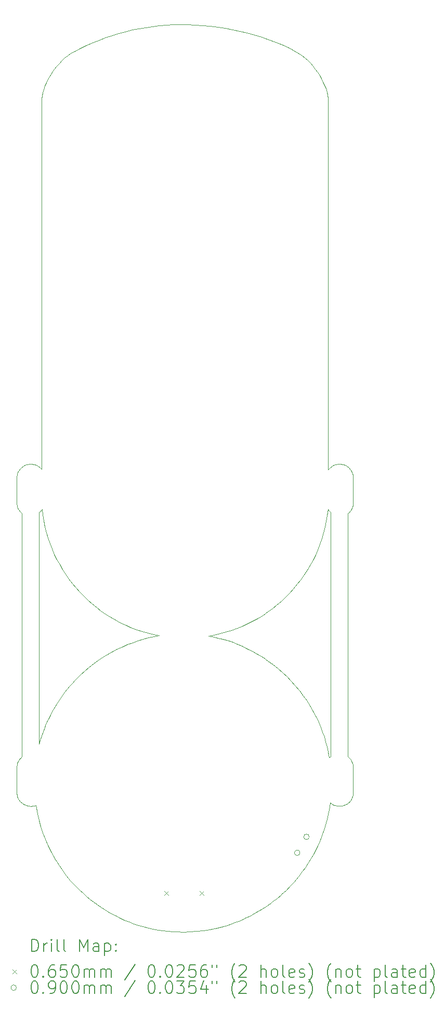
<source format=gbr>
%TF.GenerationSoftware,KiCad,Pcbnew,7.0.1*%
%TF.CreationDate,2023-08-25T16:33:49-05:00*%
%TF.ProjectId,BSidesKC23_Village,42536964-6573-44b4-9332-335f56696c6c,1.1*%
%TF.SameCoordinates,Original*%
%TF.FileFunction,Drillmap*%
%TF.FilePolarity,Positive*%
%FSLAX45Y45*%
G04 Gerber Fmt 4.5, Leading zero omitted, Abs format (unit mm)*
G04 Created by KiCad (PCBNEW 7.0.1) date 2023-08-25 16:33:49*
%MOMM*%
%LPD*%
G01*
G04 APERTURE LIST*
%ADD10C,0.100000*%
%ADD11C,0.200000*%
%ADD12C,0.065000*%
%ADD13C,0.090000*%
G04 APERTURE END LIST*
D10*
X11849600Y-17261950D02*
X11863900Y-17244150D01*
X10481100Y-13350550D02*
X10390900Y-13333150D01*
X11431700Y-12882520D02*
X11505100Y-12823900D01*
X12170300Y-16748950D02*
X12201900Y-16677650D01*
X10686500Y-13404150D02*
X10770000Y-13429000D01*
X8133000Y-17310000D02*
X8168000Y-17348000D01*
X12093200Y-4044044D02*
X12052000Y-3996951D01*
X11277800Y-12990900D02*
X11355900Y-12938220D01*
X8258100Y-14009850D02*
X8213900Y-14055350D01*
X8461300Y-17623250D02*
X8520400Y-17669150D01*
X7355870Y-15300150D02*
X7334940Y-15318550D01*
X7779100Y-4257960D02*
X7752260Y-4312740D01*
X11945700Y-12338760D02*
X11997100Y-12259800D01*
X12711000Y-10629440D02*
X12698100Y-10612220D01*
X11575200Y-17547750D02*
X11579600Y-17543750D01*
X8705900Y-17796050D02*
X8733100Y-17812650D01*
X7320510Y-16023450D02*
X7334940Y-16039250D01*
X12231200Y-16605350D02*
X12258100Y-16532150D01*
X9133600Y-13194350D02*
X9222000Y-13227950D01*
X9251700Y-18045250D02*
X9329600Y-18068150D01*
X7879100Y-16946450D02*
X7917700Y-17010650D01*
X8359800Y-12683580D02*
X8426900Y-12747710D01*
X7775590Y-16747450D02*
X7824060Y-16846250D01*
X12744800Y-10709510D02*
X12739300Y-10688060D01*
X7320510Y-10612220D02*
X7307620Y-10629440D01*
X11671300Y-13995550D02*
X11598000Y-13926150D01*
X7334940Y-15318550D02*
X7320510Y-15334450D01*
X7279340Y-11225370D02*
X7286910Y-11245940D01*
X8293000Y-17474850D02*
X8347600Y-17525950D01*
X9174700Y-18019650D02*
X9251700Y-18045250D01*
X12748300Y-11181740D02*
X12749400Y-11158910D01*
X12342100Y-10620440D02*
X12342100Y-6009200D01*
X11405000Y-17685250D02*
X11437300Y-17661050D01*
X9479700Y-3397827D02*
X9368100Y-3413856D01*
X12498300Y-10531790D02*
X12476100Y-10535210D01*
X12739300Y-15410250D02*
X12731700Y-15389650D01*
X8099600Y-3872052D02*
X8050300Y-3911418D01*
X7877300Y-16943350D02*
X7879100Y-16946450D01*
X9973400Y-18155450D02*
X10086100Y-18152850D01*
X12354100Y-16168050D02*
X12364200Y-16108350D01*
X12150800Y-14664350D02*
X12151000Y-14664350D01*
X8174200Y-12475980D02*
X8233300Y-12547640D01*
X7448050Y-10535210D02*
X7426610Y-10540760D01*
X7279340Y-15410250D02*
X7273790Y-15431650D01*
X12748300Y-15453950D02*
X12744800Y-15431750D01*
X10662000Y-3427085D02*
X10541000Y-3409089D01*
X12336900Y-11267790D02*
X12336900Y-11267780D01*
X7497460Y-10530630D02*
X7493070Y-10530630D01*
X9239300Y-13409950D02*
X9153800Y-13438950D01*
X12200500Y-4196230D02*
X12167500Y-4144041D01*
X7296380Y-11265510D02*
X7307620Y-11283970D01*
X11592800Y-3700173D02*
X11481300Y-3652955D01*
X7966800Y-12166710D02*
X8014100Y-12247260D01*
X7269210Y-11158910D02*
X7270370Y-11181740D01*
X12396100Y-10569040D02*
X12378800Y-10581930D01*
X11521900Y-13859650D02*
X11443000Y-13796450D01*
X12722300Y-15987750D02*
X12731700Y-15968150D01*
X10570800Y-13371450D02*
X10570600Y-13371450D01*
X9891500Y-18154050D02*
X9973400Y-18155450D01*
X8904700Y-13544750D02*
X8824400Y-13586250D01*
X12454700Y-10540760D02*
X12434100Y-10548330D01*
X11978800Y-17088250D02*
X12021500Y-17022950D01*
X7520290Y-10531790D02*
X7497460Y-10530630D01*
X12739300Y-11225380D02*
X12744800Y-11203930D01*
X8506800Y-3661123D02*
X8404700Y-3706159D01*
X12262600Y-16519550D02*
X12262600Y-16519450D01*
X10390900Y-13333150D02*
X10487000Y-13315350D01*
X7273790Y-11203930D02*
X7279340Y-11225370D01*
X7296380Y-10647900D02*
X7286910Y-10667480D01*
X7273790Y-15431650D02*
X7270370Y-15453950D01*
X12257400Y-4303030D02*
X12230500Y-4249340D01*
X7674920Y-14955850D02*
X7653040Y-15025250D01*
X9809900Y-18149950D02*
X9891500Y-18154050D01*
X12662800Y-15300150D02*
X12662800Y-11335490D01*
X7584500Y-10548330D02*
X7563930Y-10540760D01*
X8114000Y-17287000D02*
X8133000Y-17310000D01*
X8188700Y-17367650D02*
X8240100Y-17422050D01*
X7307620Y-11283970D02*
X7320510Y-11301180D01*
X10885100Y-17977450D02*
X10945800Y-17951650D01*
X10635000Y-18063550D02*
X10698500Y-18044550D01*
X7692730Y-16544350D02*
X7731800Y-16646750D01*
X7628870Y-16334550D02*
X7658410Y-16440250D01*
X11934200Y-14302150D02*
X11873300Y-14221450D01*
X7296370Y-15987750D02*
X7307610Y-16006250D01*
X10310600Y-18131950D02*
X10421800Y-18113650D01*
X7881800Y-11999650D02*
X7922700Y-12084150D01*
X8233300Y-12547640D02*
X8295200Y-12616870D01*
X11962200Y-3910564D02*
X11913700Y-3872064D01*
X11809000Y-14143350D02*
X11741700Y-14068050D01*
X10945800Y-17951650D02*
X11005900Y-17924250D01*
X10901700Y-3473498D02*
X10782300Y-3448536D01*
X10086100Y-18152850D02*
X10198600Y-18144950D01*
X7368010Y-10569040D02*
X7350800Y-10581930D01*
X10864000Y-13467000D02*
X10935000Y-13494000D01*
X7725080Y-14818850D02*
X7698930Y-14887050D01*
X12667800Y-10581930D02*
X12650600Y-10569040D01*
X12336900Y-11267780D02*
X12348600Y-11283060D01*
X12525500Y-10530630D02*
X12521200Y-10530630D01*
X12052000Y-3996951D02*
X12008300Y-3952325D01*
X7633300Y-15095150D02*
X7633300Y-11315680D01*
X10440500Y-18110050D02*
X10440600Y-18110050D01*
X9704200Y-3376239D02*
X9591800Y-3385271D01*
X12342100Y-4573160D02*
X12342100Y-4570420D01*
X8803900Y-17853450D02*
X8875900Y-17891750D01*
X9037600Y-3482284D02*
X8929100Y-3511707D01*
X7426600Y-16094850D02*
X7448050Y-16100450D01*
X7752260Y-4312740D02*
X7728770Y-4367670D01*
X12739300Y-10688060D02*
X12731700Y-10667480D01*
X8719600Y-12976600D02*
X8798400Y-13026500D01*
X12151000Y-14664350D02*
X12150900Y-14664250D01*
X12262600Y-16519350D02*
X12281600Y-16461750D01*
X11197600Y-13040480D02*
X11277800Y-12990900D01*
X12281600Y-16461750D02*
X12299100Y-16403650D01*
X11978700Y-17088450D02*
X11978800Y-17088250D01*
X10570800Y-18080750D02*
X10635000Y-18063550D01*
X12748300Y-10731710D02*
X12744800Y-10709510D01*
X8304100Y-3754166D02*
X8205200Y-3805096D01*
X12440400Y-16089850D02*
X12459600Y-16096350D01*
X12731700Y-15968150D02*
X12739300Y-15947550D01*
X12350500Y-15270500D02*
X12355500Y-15313000D01*
X12744800Y-11203930D02*
X12748300Y-11181740D01*
X10421900Y-18113650D02*
X10440500Y-18110050D01*
X8295200Y-12616870D02*
X8359800Y-12683580D01*
X11720300Y-17408150D02*
X11786500Y-17336250D01*
X8821700Y-3544352D02*
X8715500Y-3580170D01*
X12479500Y-16101150D02*
X12500100Y-16104050D01*
X12711000Y-15351650D02*
X12698100Y-15334450D01*
X12632200Y-10557800D02*
X12612600Y-10548330D01*
X7386460Y-16077850D02*
X7406030Y-16087350D01*
X11005900Y-17924250D02*
X11065300Y-17895050D01*
X11920300Y-17170750D02*
X11973500Y-17096050D01*
X7622530Y-10569040D02*
X7604070Y-10557800D01*
X8949000Y-17927550D02*
X9023300Y-17960850D01*
X8171100Y-14101750D02*
X8129600Y-14149150D01*
X11579600Y-17543750D02*
X11579700Y-17543750D01*
X8151300Y-3836471D02*
X8099600Y-3872052D01*
X12748300Y-15903950D02*
X12749400Y-15881150D01*
X11277700Y-13679950D02*
X11191300Y-13626850D01*
X12341700Y-4567680D02*
X12332000Y-4516430D01*
X8240100Y-17422050D02*
X8293000Y-17474850D01*
X9413500Y-13361750D02*
X9325900Y-13384150D01*
X12262600Y-16519450D02*
X12262600Y-16519350D01*
X12308500Y-11462420D02*
X12324700Y-11365750D01*
X12570500Y-10535210D02*
X12548300Y-10531790D01*
X7668690Y-11281360D02*
X7681620Y-11264110D01*
X11891200Y-12415470D02*
X11945700Y-12338760D01*
X12378800Y-10581930D02*
X12363000Y-10596360D01*
X10581700Y-13293550D02*
X10674900Y-13268150D01*
X9647800Y-18133450D02*
X9728700Y-18143050D01*
X7542490Y-10535210D02*
X7520290Y-10531790D01*
X9817000Y-3370781D02*
X9704200Y-3376239D01*
X12744800Y-15431750D02*
X12739300Y-15410250D01*
X12096600Y-14559050D02*
X12046000Y-14471050D01*
X12683700Y-16039250D02*
X12698100Y-16023450D01*
X11810200Y-3806439D02*
X11810100Y-3806388D01*
X12612600Y-16087350D02*
X12632100Y-16077850D01*
X12749400Y-10754540D02*
X12748300Y-10731710D01*
X8520400Y-17669150D02*
X8580800Y-17713350D01*
X12372700Y-16048350D02*
X12388100Y-16060850D01*
X11065300Y-17895050D02*
X11123800Y-17864250D01*
X11873300Y-14221450D02*
X11809000Y-14143350D01*
X12388100Y-16060850D02*
X12404500Y-16072050D01*
X7386470Y-10557800D02*
X7368010Y-10569040D01*
X12731700Y-11245940D02*
X12739300Y-11225380D01*
X8303500Y-13965350D02*
X8303500Y-13965450D01*
X7779460Y-11735410D02*
X7810100Y-11825210D01*
X7498000Y-16105500D02*
X7468000Y-16103000D01*
X12205500Y-11834370D02*
X12236800Y-11743760D01*
X7286910Y-15389650D02*
X7279340Y-15410250D01*
X11137500Y-3534181D02*
X11020200Y-3502027D01*
X7876590Y-14507050D02*
X7845910Y-14561850D01*
X12355500Y-15313000D02*
X12383000Y-15293000D01*
X7286910Y-11245940D02*
X7296380Y-11265510D01*
X11997100Y-12259800D02*
X12045400Y-12178680D01*
X11741700Y-14068050D02*
X11671300Y-13995550D01*
X7406040Y-10548330D02*
X7386470Y-10557800D01*
X7670780Y-4583810D02*
X7670780Y-4586130D01*
X10506000Y-18096250D02*
X10570800Y-18080750D01*
X7728770Y-4367670D02*
X7708770Y-4422380D01*
X11505100Y-12823900D02*
X11576100Y-12762430D01*
X8303500Y-13965450D02*
X8258100Y-14009850D01*
X7334940Y-16039250D02*
X7350790Y-16053750D01*
X12749400Y-15881150D02*
X12749400Y-15476750D01*
X8879300Y-13073320D02*
X8962200Y-13116960D01*
X11973600Y-17095950D02*
X11978700Y-17088550D01*
X12650600Y-16066650D02*
X12667800Y-16053750D01*
X7320510Y-11301180D02*
X7334940Y-11317040D01*
X9312000Y-13258150D02*
X9403700Y-13284650D01*
X10421800Y-18113650D02*
X10421900Y-18113650D01*
X7731800Y-16646750D02*
X7775590Y-16747450D01*
X7269210Y-15476750D02*
X7269210Y-15881050D01*
X11973500Y-17096050D02*
X11973600Y-17095950D01*
X12434100Y-10548330D02*
X12414500Y-10557800D01*
X12219500Y-14819550D02*
X12186600Y-14741550D01*
X8303700Y-13965150D02*
X8303500Y-13965350D01*
X12315100Y-16345250D02*
X12329600Y-16286550D01*
X11863000Y-3837224D02*
X11810200Y-3806439D01*
X12683700Y-10596360D02*
X12667800Y-10581930D01*
X12100300Y-16888350D02*
X12136500Y-16819250D01*
X12383000Y-15293000D02*
X12382600Y-15280350D01*
X9496800Y-13307450D02*
X9591400Y-13326550D01*
X12167500Y-4144041D02*
X12131700Y-4093207D01*
X7269210Y-15881050D02*
X7270370Y-15903950D01*
X7922700Y-12084150D02*
X7966800Y-12166710D01*
X12332000Y-4516430D02*
X12318600Y-4463980D01*
X12711000Y-16006250D02*
X12722300Y-15987750D01*
X8347600Y-17525950D02*
X8403700Y-17575450D01*
X8000700Y-17135150D02*
X8039000Y-17189000D01*
X12322400Y-15139550D02*
X12301000Y-15058450D01*
X12348600Y-11283060D02*
X12361600Y-11297240D01*
X8446900Y-13839050D02*
X8376800Y-13898350D01*
X8403700Y-17575450D02*
X8461300Y-17623250D01*
X12363000Y-10596360D02*
X12342100Y-10620440D01*
X12592000Y-10540760D02*
X12570500Y-10535210D01*
X12414500Y-10557800D02*
X12396100Y-10569040D01*
X10541000Y-3409089D02*
X10419400Y-3394492D01*
X8089400Y-14197450D02*
X8050600Y-14246750D01*
X7788720Y-14673850D02*
X7762240Y-14731150D01*
X12500100Y-16104050D02*
X12521200Y-16105050D01*
X12722300Y-15370050D02*
X12711000Y-15351650D01*
X7307610Y-15351650D02*
X7296370Y-15370050D01*
X7307610Y-16006250D02*
X7320510Y-16023450D01*
X12667800Y-16053750D02*
X12683700Y-16039250D01*
X12698100Y-11301190D02*
X12711000Y-11283970D01*
X8568600Y-12867840D02*
X8643000Y-12923680D01*
X8643000Y-12923680D02*
X8719600Y-12976600D01*
X8745600Y-13630850D02*
X8668300Y-13678450D01*
X12722300Y-11265520D02*
X12731700Y-11245940D01*
X8518900Y-13782550D02*
X8446900Y-13839050D01*
X7728990Y-11551110D02*
X7752390Y-11644020D01*
X12459600Y-16096350D02*
X12479500Y-16101150D01*
X8580800Y-17713350D02*
X8642700Y-17755650D01*
X11810100Y-3806388D02*
X11702400Y-3751298D01*
X10175100Y-3375263D02*
X10052600Y-3370519D01*
X7604070Y-10557800D02*
X7584500Y-10548330D01*
X12341000Y-15221450D02*
X12322400Y-15139550D01*
X8592800Y-13728950D02*
X8518900Y-13782550D01*
X7693520Y-11361080D02*
X7709340Y-11456770D01*
X8050300Y-3911418D02*
X8003400Y-3954151D01*
X8168000Y-17348000D02*
X8188700Y-17367650D01*
X9930000Y-3368947D02*
X9817000Y-3370781D01*
X7579730Y-16089150D02*
X7558000Y-16098000D01*
X12683700Y-15318550D02*
X12662800Y-15300150D01*
X7350800Y-10581930D02*
X7334940Y-10596360D01*
X12612600Y-10548330D02*
X12592000Y-10540760D01*
X12525500Y-16105050D02*
X12548300Y-16103850D01*
X7810100Y-11825210D02*
X7844250Y-11913310D01*
X8072000Y-17234000D02*
X8114000Y-17287000D01*
X12382600Y-11315680D02*
X12382600Y-15280350D01*
X11443000Y-13796450D02*
X11361600Y-13736450D01*
X8610500Y-3619110D02*
X8506800Y-3661123D01*
X12090500Y-12095500D02*
X12132200Y-12010320D01*
X12749400Y-11158910D02*
X12749400Y-10754540D01*
X7655590Y-10596360D02*
X7639740Y-10581930D01*
X7908700Y-14453250D02*
X7876590Y-14507050D01*
X12341000Y-15221450D02*
X12350500Y-15270500D01*
X7809160Y-4203700D02*
X7779100Y-4257960D01*
X8213900Y-14055350D02*
X8171100Y-14101750D01*
X7917700Y-17010650D02*
X7958200Y-17073550D01*
X9591800Y-3385271D02*
X9479700Y-3397827D01*
X9047000Y-13157340D02*
X9133600Y-13194350D01*
X10052600Y-3370519D02*
X9930000Y-3368947D01*
X12570500Y-16100450D02*
X12592000Y-16094850D01*
X11507200Y-17605650D02*
X11575200Y-17547750D01*
X7448050Y-16100450D02*
X7468000Y-16103000D01*
X11123800Y-17864250D02*
X11181700Y-17831750D01*
X8404700Y-3706159D02*
X8304100Y-3754166D01*
X7355870Y-11335490D02*
X7355870Y-15300150D01*
X11020200Y-3502027D02*
X10901700Y-3473498D01*
X12329600Y-16286550D02*
X12342600Y-16227450D01*
X9728700Y-18143050D02*
X9809900Y-18149950D01*
X7279340Y-15947550D02*
X7286910Y-15968150D01*
X12301000Y-15058450D02*
X12276700Y-14978050D01*
X7368010Y-16066650D02*
X7386460Y-16077850D01*
X7681610Y-11264110D02*
X7693520Y-11361080D01*
X10198600Y-18144950D02*
X10310600Y-18131950D01*
X11253500Y-3570016D02*
X11137500Y-3534181D01*
X7269210Y-10754540D02*
X7269210Y-11158910D01*
X11651300Y-17477350D02*
X11720300Y-17408150D01*
X12632100Y-16077850D02*
X12650600Y-16066650D01*
X11010000Y-13533000D02*
X10935000Y-13494000D01*
X7692390Y-4476500D02*
X7679790Y-4529660D01*
X10823600Y-18001550D02*
X10885100Y-17977450D01*
X12046000Y-14471050D02*
X11991800Y-14385350D01*
X12136500Y-16819250D02*
X12170300Y-16748950D01*
X7844250Y-11913310D02*
X7881800Y-11999650D01*
X7470240Y-10531790D02*
X7448050Y-10535210D01*
X8064500Y-12325700D02*
X8117900Y-12401970D01*
X12288400Y-11557700D02*
X12308500Y-11462420D01*
X8496500Y-12809150D02*
X8568600Y-12867840D01*
X12650600Y-10569040D02*
X12632200Y-10557800D01*
X9930000Y-3368947D02*
X9930000Y-3368947D01*
X12404500Y-16072050D02*
X12422000Y-16081750D01*
X12731700Y-15389650D02*
X12722300Y-15370050D01*
X9567400Y-18121150D02*
X9647800Y-18133450D01*
X9069500Y-13471050D02*
X8986400Y-13506350D01*
X7845910Y-14561850D02*
X7816610Y-14617450D01*
X10766500Y-13238950D02*
X10856400Y-13206150D01*
X12318600Y-4463980D02*
X12301600Y-4410700D01*
X7563930Y-10540760D02*
X7542490Y-10535210D01*
X11598000Y-13926150D02*
X11521900Y-13859650D01*
X12264500Y-11651510D02*
X12288400Y-11557700D01*
X11010000Y-13533000D02*
X11047000Y-13551000D01*
X11991800Y-14385350D02*
X11934200Y-14302150D01*
X12131700Y-4093207D02*
X12093200Y-4044044D01*
X7942100Y-14400250D02*
X7908700Y-14453250D01*
X11084000Y-13568000D02*
X11191300Y-13626850D01*
X12301600Y-4410700D02*
X12281200Y-4356930D01*
X7307620Y-10629440D02*
X7296380Y-10647900D01*
X12143600Y-14649350D02*
X12143500Y-14649250D01*
X7816610Y-14617450D02*
X7788720Y-14673850D01*
X8376800Y-13898350D02*
X8308600Y-13960650D01*
X10698500Y-18044550D02*
X10761400Y-18023950D01*
X8824400Y-13586250D02*
X8745600Y-13630850D01*
X11238700Y-17797650D02*
X11294900Y-17761850D01*
X10487000Y-13315350D02*
X10581700Y-13293550D01*
X8117900Y-12401970D02*
X8174200Y-12475980D01*
X12299100Y-16403650D02*
X12315100Y-16345250D01*
X12186600Y-14741550D02*
X12150800Y-14664350D01*
X7270370Y-10731710D02*
X7269210Y-10754540D01*
X12739300Y-15947550D02*
X12744800Y-15926150D01*
X10570600Y-13371450D02*
X10481100Y-13350550D01*
X12548300Y-16103850D02*
X12570500Y-16100450D01*
X12150900Y-14664250D02*
X12150800Y-14664050D01*
X12521200Y-10530630D02*
X12498300Y-10531790D01*
X8962200Y-13116960D02*
X9047000Y-13157340D01*
X11481300Y-3652955D02*
X11368200Y-3609588D01*
X7958200Y-17073550D02*
X8000700Y-17135150D01*
X11355900Y-12938220D02*
X11431700Y-12882520D01*
X12236800Y-11743760D02*
X12264500Y-11651510D01*
X12361600Y-11297240D02*
X12382600Y-11315680D01*
X12150800Y-14664050D02*
X12143600Y-14649350D01*
X7334940Y-11317040D02*
X7355870Y-11335490D01*
X12722300Y-10647900D02*
X12711000Y-10629440D01*
X10419400Y-3394492D02*
X10297400Y-3383235D01*
X7633300Y-11315680D02*
X7654230Y-11297240D01*
X11849600Y-17261950D02*
X11849600Y-17261950D01*
X9329600Y-18068150D02*
X9408200Y-18088450D01*
X12201900Y-16677650D02*
X12231200Y-16605350D01*
X7350790Y-16053750D02*
X7368010Y-16066650D01*
X12045400Y-12178680D02*
X12090500Y-12095500D01*
X7334940Y-10596360D02*
X7320510Y-10612220D01*
X7752390Y-11644020D02*
X7779460Y-11735410D01*
X8986400Y-13506350D02*
X8904700Y-13544750D01*
X12324700Y-11365750D02*
X12336900Y-11267790D01*
X12698100Y-10612220D02*
X12683700Y-10596360D01*
X12476100Y-10535210D02*
X12454700Y-10540760D01*
X7878400Y-4098347D02*
X7842290Y-4150346D01*
X12342100Y-4570420D02*
X12341700Y-4567680D01*
X9222000Y-13227950D02*
X9312000Y-13258150D01*
X7842290Y-4150346D02*
X7809160Y-4203700D01*
X8715500Y-3580170D02*
X8610500Y-3619110D01*
X7273790Y-15926150D02*
X7279340Y-15947550D01*
X11294900Y-17761850D02*
X11350400Y-17724350D01*
X12698100Y-15334450D02*
X12683700Y-15318550D01*
X7762240Y-14731150D02*
X7737170Y-14789350D01*
X11863900Y-17244150D02*
X11920300Y-17170750D01*
X7658410Y-16440250D02*
X7692730Y-16544350D01*
X11773400Y-12561840D02*
X11833800Y-12489860D01*
X7708770Y-4422380D02*
X7692390Y-4476500D01*
X7917400Y-4048035D02*
X7878400Y-4098347D01*
X12336900Y-11267780D02*
X12336900Y-11267780D01*
X8003400Y-3954151D02*
X7959100Y-3999829D01*
X7320510Y-15334450D02*
X7307610Y-15351650D01*
X11181700Y-17831750D02*
X11238700Y-17797650D01*
X12249500Y-14898350D02*
X12219500Y-14819550D01*
X7406030Y-16087350D02*
X7426600Y-16094850D01*
X10770000Y-13429000D02*
X10864000Y-13467000D01*
X7698930Y-14887050D02*
X7674920Y-14955850D01*
X7286910Y-10667480D02*
X7279340Y-10688060D01*
X12258100Y-16532150D02*
X12262600Y-16519550D01*
X7877200Y-16943150D02*
X7877300Y-16943350D01*
X12364200Y-16108350D02*
X12372700Y-16048350D01*
X11576100Y-12762430D02*
X11644500Y-12698210D01*
X12662800Y-11335490D02*
X12683700Y-11317040D01*
X12021500Y-17022950D02*
X12062000Y-16956250D01*
X12592000Y-16094850D02*
X12612600Y-16087350D01*
X9098500Y-17991550D02*
X9174700Y-18019650D01*
X11702400Y-3751298D02*
X11592800Y-3700173D01*
X11644500Y-12698210D02*
X11710300Y-12631320D01*
X12281200Y-4356930D02*
X12257400Y-4303030D01*
X11350400Y-17724350D02*
X11405000Y-17685250D01*
X10944500Y-13169780D02*
X11030900Y-13130010D01*
X12711000Y-11283970D02*
X12722300Y-11265520D01*
X11913700Y-3872064D02*
X11863000Y-3837224D01*
X10297400Y-3383235D02*
X10175100Y-3375263D01*
X7604150Y-16227350D02*
X7628870Y-16334550D01*
X7296370Y-15370050D02*
X7286910Y-15389650D01*
X8642700Y-17755650D02*
X8705900Y-17796050D01*
X7639740Y-10581930D02*
X7622530Y-10569040D01*
X11115200Y-13086880D02*
X11197600Y-13040480D01*
X7671080Y-4581480D02*
X7670780Y-4583810D01*
X7286910Y-15968150D02*
X7296370Y-15987750D01*
X9147000Y-3456135D02*
X9037600Y-3482284D01*
X9487500Y-18106150D02*
X9567400Y-18121150D01*
X12749400Y-15476750D02*
X12748300Y-15453950D01*
X9325900Y-13384150D02*
X9239300Y-13409950D01*
X10440600Y-18110050D02*
X10506000Y-18096250D01*
X12683700Y-11317040D02*
X12698100Y-11301190D01*
X7270370Y-11181740D02*
X7273790Y-11203930D01*
X10761400Y-18023950D02*
X10823600Y-18001550D01*
X12548300Y-10531790D02*
X12525500Y-10530630D01*
X10686500Y-13404150D02*
X10585700Y-13375350D01*
X11437300Y-17661050D02*
X11507200Y-17605650D01*
X7959100Y-3999829D02*
X7917400Y-4048035D01*
X10585700Y-13375350D02*
X10570800Y-13371450D01*
X8668300Y-13678450D02*
X8592800Y-13728950D01*
X7670780Y-10613150D02*
X7655590Y-10596360D01*
X12008300Y-3952325D02*
X11962200Y-3910564D01*
X7426610Y-10540760D02*
X7406040Y-10548330D01*
X12342600Y-16227450D02*
X12354100Y-16168050D01*
X8039000Y-17189000D02*
X8072000Y-17234000D01*
X11361600Y-13736450D02*
X11277700Y-13679950D01*
X7270370Y-15453950D02*
X7269210Y-15476750D01*
X7279340Y-10688060D02*
X7273790Y-10709510D01*
X11833800Y-12489860D02*
X11891200Y-12415470D01*
X8205200Y-3805096D02*
X8151300Y-3836471D01*
X7558000Y-16098000D02*
X7528000Y-16103000D01*
X10674900Y-13268150D02*
X10766500Y-13238950D01*
X7579730Y-16089150D02*
X7604150Y-16227350D01*
X9368100Y-3413856D02*
X9257200Y-3433309D01*
X7737170Y-14789350D02*
X7725080Y-14818850D01*
X9023300Y-17960850D02*
X9098500Y-17991550D01*
X7654230Y-11297240D02*
X7668690Y-11281360D01*
X7709340Y-11456770D02*
X7728990Y-11551110D01*
X7270370Y-15903950D02*
X7273790Y-15926150D01*
X7670780Y-5996230D02*
X7670780Y-10613150D01*
X12698100Y-16023450D02*
X12711000Y-16006250D01*
X12230500Y-4249340D02*
X12200500Y-4196230D01*
X9403700Y-13284650D02*
X9496800Y-13307450D01*
X9257200Y-3433309D02*
X9147000Y-3456135D01*
X8733100Y-17812650D02*
X8803900Y-17853450D01*
X9408200Y-18088450D02*
X9487500Y-18106150D01*
X7976900Y-14348150D02*
X7942100Y-14400250D01*
X12170600Y-11923250D02*
X12205500Y-11834370D01*
X12276700Y-14978050D02*
X12249500Y-14898350D01*
X11710300Y-12631320D02*
X11773400Y-12561840D01*
X7670780Y-4586130D02*
X7670780Y-5996230D01*
X8308600Y-13960650D02*
X8303700Y-13965150D01*
X8050600Y-14246750D02*
X8013100Y-14296950D01*
X8929100Y-3511707D02*
X8821700Y-3544352D01*
X11786500Y-17336250D02*
X11849600Y-17261950D01*
X9930000Y-3368947D02*
X9930000Y-3368947D01*
X7493070Y-10530630D02*
X7470240Y-10531790D01*
X8129600Y-14149150D02*
X8089400Y-14197450D01*
X7824060Y-16846250D02*
X7877200Y-16943150D01*
X8013100Y-14296950D02*
X7976900Y-14348150D01*
X11978700Y-17088550D02*
X11978700Y-17088450D01*
X12521200Y-16105050D02*
X12525500Y-16105050D01*
X12132200Y-12010320D02*
X12170600Y-11923250D01*
X8426900Y-12747710D02*
X8496500Y-12809150D01*
X8798400Y-13026500D02*
X8879300Y-13073320D01*
X11368200Y-3609588D02*
X11253500Y-3570016D01*
X11030900Y-13130010D02*
X11115200Y-13086880D01*
X12731700Y-10667480D02*
X12722300Y-10647900D01*
X10782300Y-3448536D02*
X10662000Y-3427085D01*
X8875900Y-17891750D02*
X8949000Y-17927550D01*
X9591400Y-13326550D02*
X9502000Y-13342450D01*
X7653040Y-15025250D02*
X7633300Y-15095150D01*
X12143500Y-14649250D02*
X12096600Y-14559050D01*
X9153800Y-13438950D02*
X9069500Y-13471050D01*
X11047000Y-13551000D02*
X11084000Y-13568000D01*
X12422000Y-16081750D02*
X12440400Y-16089850D01*
X11579700Y-17543750D02*
X11651300Y-17477350D01*
X12062000Y-16956250D02*
X12100300Y-16888350D01*
X7679790Y-4529660D02*
X7671080Y-4581480D01*
X9502000Y-13342450D02*
X9413500Y-13361750D01*
X12744800Y-15926150D02*
X12748300Y-15903950D01*
X10856400Y-13206150D02*
X10944500Y-13169780D01*
X7273790Y-10709510D02*
X7270370Y-10731710D01*
X7528000Y-16103000D02*
X7498000Y-16105500D01*
X8014100Y-12247260D02*
X8064500Y-12325700D01*
X12342100Y-6009200D02*
X12342100Y-4573160D01*
D11*
D12*
X9674000Y-17491750D02*
X9739000Y-17556750D01*
X9739000Y-17491750D02*
X9674000Y-17556750D01*
X10252000Y-17491750D02*
X10317000Y-17556750D01*
X10317000Y-17491750D02*
X10252000Y-17556750D01*
D13*
X11883000Y-16865500D02*
G75*
G03*
X11883000Y-16865500I-45000J0D01*
G01*
X12033000Y-16605692D02*
G75*
G03*
X12033000Y-16605692I-45000J0D01*
G01*
D11*
X7511829Y-18472974D02*
X7511829Y-18272974D01*
X7511829Y-18272974D02*
X7559448Y-18272974D01*
X7559448Y-18272974D02*
X7588019Y-18282498D01*
X7588019Y-18282498D02*
X7607067Y-18301545D01*
X7607067Y-18301545D02*
X7616591Y-18320593D01*
X7616591Y-18320593D02*
X7626115Y-18358688D01*
X7626115Y-18358688D02*
X7626115Y-18387260D01*
X7626115Y-18387260D02*
X7616591Y-18425355D01*
X7616591Y-18425355D02*
X7607067Y-18444402D01*
X7607067Y-18444402D02*
X7588019Y-18463450D01*
X7588019Y-18463450D02*
X7559448Y-18472974D01*
X7559448Y-18472974D02*
X7511829Y-18472974D01*
X7711829Y-18472974D02*
X7711829Y-18339640D01*
X7711829Y-18377736D02*
X7721353Y-18358688D01*
X7721353Y-18358688D02*
X7730877Y-18349164D01*
X7730877Y-18349164D02*
X7749924Y-18339640D01*
X7749924Y-18339640D02*
X7768972Y-18339640D01*
X7835638Y-18472974D02*
X7835638Y-18339640D01*
X7835638Y-18272974D02*
X7826115Y-18282498D01*
X7826115Y-18282498D02*
X7835638Y-18292021D01*
X7835638Y-18292021D02*
X7845162Y-18282498D01*
X7845162Y-18282498D02*
X7835638Y-18272974D01*
X7835638Y-18272974D02*
X7835638Y-18292021D01*
X7959448Y-18472974D02*
X7940400Y-18463450D01*
X7940400Y-18463450D02*
X7930877Y-18444402D01*
X7930877Y-18444402D02*
X7930877Y-18272974D01*
X8064210Y-18472974D02*
X8045162Y-18463450D01*
X8045162Y-18463450D02*
X8035638Y-18444402D01*
X8035638Y-18444402D02*
X8035638Y-18272974D01*
X8292781Y-18472974D02*
X8292781Y-18272974D01*
X8292781Y-18272974D02*
X8359448Y-18415831D01*
X8359448Y-18415831D02*
X8426115Y-18272974D01*
X8426115Y-18272974D02*
X8426115Y-18472974D01*
X8607067Y-18472974D02*
X8607067Y-18368212D01*
X8607067Y-18368212D02*
X8597543Y-18349164D01*
X8597543Y-18349164D02*
X8578496Y-18339640D01*
X8578496Y-18339640D02*
X8540400Y-18339640D01*
X8540400Y-18339640D02*
X8521353Y-18349164D01*
X8607067Y-18463450D02*
X8588020Y-18472974D01*
X8588020Y-18472974D02*
X8540400Y-18472974D01*
X8540400Y-18472974D02*
X8521353Y-18463450D01*
X8521353Y-18463450D02*
X8511829Y-18444402D01*
X8511829Y-18444402D02*
X8511829Y-18425355D01*
X8511829Y-18425355D02*
X8521353Y-18406307D01*
X8521353Y-18406307D02*
X8540400Y-18396783D01*
X8540400Y-18396783D02*
X8588020Y-18396783D01*
X8588020Y-18396783D02*
X8607067Y-18387260D01*
X8702305Y-18339640D02*
X8702305Y-18539640D01*
X8702305Y-18349164D02*
X8721353Y-18339640D01*
X8721353Y-18339640D02*
X8759448Y-18339640D01*
X8759448Y-18339640D02*
X8778496Y-18349164D01*
X8778496Y-18349164D02*
X8788020Y-18358688D01*
X8788020Y-18358688D02*
X8797543Y-18377736D01*
X8797543Y-18377736D02*
X8797543Y-18434879D01*
X8797543Y-18434879D02*
X8788020Y-18453926D01*
X8788020Y-18453926D02*
X8778496Y-18463450D01*
X8778496Y-18463450D02*
X8759448Y-18472974D01*
X8759448Y-18472974D02*
X8721353Y-18472974D01*
X8721353Y-18472974D02*
X8702305Y-18463450D01*
X8883258Y-18453926D02*
X8892781Y-18463450D01*
X8892781Y-18463450D02*
X8883258Y-18472974D01*
X8883258Y-18472974D02*
X8873734Y-18463450D01*
X8873734Y-18463450D02*
X8883258Y-18453926D01*
X8883258Y-18453926D02*
X8883258Y-18472974D01*
X8883258Y-18349164D02*
X8892781Y-18358688D01*
X8892781Y-18358688D02*
X8883258Y-18368212D01*
X8883258Y-18368212D02*
X8873734Y-18358688D01*
X8873734Y-18358688D02*
X8883258Y-18349164D01*
X8883258Y-18349164D02*
X8883258Y-18368212D01*
D12*
X7199210Y-18767950D02*
X7264210Y-18832950D01*
X7264210Y-18767950D02*
X7199210Y-18832950D01*
D11*
X7549924Y-18692974D02*
X7568972Y-18692974D01*
X7568972Y-18692974D02*
X7588019Y-18702498D01*
X7588019Y-18702498D02*
X7597543Y-18712021D01*
X7597543Y-18712021D02*
X7607067Y-18731069D01*
X7607067Y-18731069D02*
X7616591Y-18769164D01*
X7616591Y-18769164D02*
X7616591Y-18816783D01*
X7616591Y-18816783D02*
X7607067Y-18854879D01*
X7607067Y-18854879D02*
X7597543Y-18873926D01*
X7597543Y-18873926D02*
X7588019Y-18883450D01*
X7588019Y-18883450D02*
X7568972Y-18892974D01*
X7568972Y-18892974D02*
X7549924Y-18892974D01*
X7549924Y-18892974D02*
X7530877Y-18883450D01*
X7530877Y-18883450D02*
X7521353Y-18873926D01*
X7521353Y-18873926D02*
X7511829Y-18854879D01*
X7511829Y-18854879D02*
X7502305Y-18816783D01*
X7502305Y-18816783D02*
X7502305Y-18769164D01*
X7502305Y-18769164D02*
X7511829Y-18731069D01*
X7511829Y-18731069D02*
X7521353Y-18712021D01*
X7521353Y-18712021D02*
X7530877Y-18702498D01*
X7530877Y-18702498D02*
X7549924Y-18692974D01*
X7702305Y-18873926D02*
X7711829Y-18883450D01*
X7711829Y-18883450D02*
X7702305Y-18892974D01*
X7702305Y-18892974D02*
X7692781Y-18883450D01*
X7692781Y-18883450D02*
X7702305Y-18873926D01*
X7702305Y-18873926D02*
X7702305Y-18892974D01*
X7883258Y-18692974D02*
X7845162Y-18692974D01*
X7845162Y-18692974D02*
X7826115Y-18702498D01*
X7826115Y-18702498D02*
X7816591Y-18712021D01*
X7816591Y-18712021D02*
X7797543Y-18740593D01*
X7797543Y-18740593D02*
X7788019Y-18778688D01*
X7788019Y-18778688D02*
X7788019Y-18854879D01*
X7788019Y-18854879D02*
X7797543Y-18873926D01*
X7797543Y-18873926D02*
X7807067Y-18883450D01*
X7807067Y-18883450D02*
X7826115Y-18892974D01*
X7826115Y-18892974D02*
X7864210Y-18892974D01*
X7864210Y-18892974D02*
X7883258Y-18883450D01*
X7883258Y-18883450D02*
X7892781Y-18873926D01*
X7892781Y-18873926D02*
X7902305Y-18854879D01*
X7902305Y-18854879D02*
X7902305Y-18807260D01*
X7902305Y-18807260D02*
X7892781Y-18788212D01*
X7892781Y-18788212D02*
X7883258Y-18778688D01*
X7883258Y-18778688D02*
X7864210Y-18769164D01*
X7864210Y-18769164D02*
X7826115Y-18769164D01*
X7826115Y-18769164D02*
X7807067Y-18778688D01*
X7807067Y-18778688D02*
X7797543Y-18788212D01*
X7797543Y-18788212D02*
X7788019Y-18807260D01*
X8083258Y-18692974D02*
X7988019Y-18692974D01*
X7988019Y-18692974D02*
X7978496Y-18788212D01*
X7978496Y-18788212D02*
X7988019Y-18778688D01*
X7988019Y-18778688D02*
X8007067Y-18769164D01*
X8007067Y-18769164D02*
X8054686Y-18769164D01*
X8054686Y-18769164D02*
X8073734Y-18778688D01*
X8073734Y-18778688D02*
X8083258Y-18788212D01*
X8083258Y-18788212D02*
X8092781Y-18807260D01*
X8092781Y-18807260D02*
X8092781Y-18854879D01*
X8092781Y-18854879D02*
X8083258Y-18873926D01*
X8083258Y-18873926D02*
X8073734Y-18883450D01*
X8073734Y-18883450D02*
X8054686Y-18892974D01*
X8054686Y-18892974D02*
X8007067Y-18892974D01*
X8007067Y-18892974D02*
X7988019Y-18883450D01*
X7988019Y-18883450D02*
X7978496Y-18873926D01*
X8216591Y-18692974D02*
X8235639Y-18692974D01*
X8235639Y-18692974D02*
X8254686Y-18702498D01*
X8254686Y-18702498D02*
X8264210Y-18712021D01*
X8264210Y-18712021D02*
X8273734Y-18731069D01*
X8273734Y-18731069D02*
X8283258Y-18769164D01*
X8283258Y-18769164D02*
X8283258Y-18816783D01*
X8283258Y-18816783D02*
X8273734Y-18854879D01*
X8273734Y-18854879D02*
X8264210Y-18873926D01*
X8264210Y-18873926D02*
X8254686Y-18883450D01*
X8254686Y-18883450D02*
X8235639Y-18892974D01*
X8235639Y-18892974D02*
X8216591Y-18892974D01*
X8216591Y-18892974D02*
X8197543Y-18883450D01*
X8197543Y-18883450D02*
X8188019Y-18873926D01*
X8188019Y-18873926D02*
X8178496Y-18854879D01*
X8178496Y-18854879D02*
X8168972Y-18816783D01*
X8168972Y-18816783D02*
X8168972Y-18769164D01*
X8168972Y-18769164D02*
X8178496Y-18731069D01*
X8178496Y-18731069D02*
X8188019Y-18712021D01*
X8188019Y-18712021D02*
X8197543Y-18702498D01*
X8197543Y-18702498D02*
X8216591Y-18692974D01*
X8368972Y-18892974D02*
X8368972Y-18759640D01*
X8368972Y-18778688D02*
X8378496Y-18769164D01*
X8378496Y-18769164D02*
X8397543Y-18759640D01*
X8397543Y-18759640D02*
X8426115Y-18759640D01*
X8426115Y-18759640D02*
X8445162Y-18769164D01*
X8445162Y-18769164D02*
X8454686Y-18788212D01*
X8454686Y-18788212D02*
X8454686Y-18892974D01*
X8454686Y-18788212D02*
X8464210Y-18769164D01*
X8464210Y-18769164D02*
X8483258Y-18759640D01*
X8483258Y-18759640D02*
X8511829Y-18759640D01*
X8511829Y-18759640D02*
X8530877Y-18769164D01*
X8530877Y-18769164D02*
X8540401Y-18788212D01*
X8540401Y-18788212D02*
X8540401Y-18892974D01*
X8635639Y-18892974D02*
X8635639Y-18759640D01*
X8635639Y-18778688D02*
X8645162Y-18769164D01*
X8645162Y-18769164D02*
X8664210Y-18759640D01*
X8664210Y-18759640D02*
X8692782Y-18759640D01*
X8692782Y-18759640D02*
X8711829Y-18769164D01*
X8711829Y-18769164D02*
X8721353Y-18788212D01*
X8721353Y-18788212D02*
X8721353Y-18892974D01*
X8721353Y-18788212D02*
X8730877Y-18769164D01*
X8730877Y-18769164D02*
X8749924Y-18759640D01*
X8749924Y-18759640D02*
X8778496Y-18759640D01*
X8778496Y-18759640D02*
X8797543Y-18769164D01*
X8797543Y-18769164D02*
X8807067Y-18788212D01*
X8807067Y-18788212D02*
X8807067Y-18892974D01*
X9197543Y-18683450D02*
X9026115Y-18940593D01*
X9454686Y-18692974D02*
X9473734Y-18692974D01*
X9473734Y-18692974D02*
X9492782Y-18702498D01*
X9492782Y-18702498D02*
X9502305Y-18712021D01*
X9502305Y-18712021D02*
X9511829Y-18731069D01*
X9511829Y-18731069D02*
X9521353Y-18769164D01*
X9521353Y-18769164D02*
X9521353Y-18816783D01*
X9521353Y-18816783D02*
X9511829Y-18854879D01*
X9511829Y-18854879D02*
X9502305Y-18873926D01*
X9502305Y-18873926D02*
X9492782Y-18883450D01*
X9492782Y-18883450D02*
X9473734Y-18892974D01*
X9473734Y-18892974D02*
X9454686Y-18892974D01*
X9454686Y-18892974D02*
X9435639Y-18883450D01*
X9435639Y-18883450D02*
X9426115Y-18873926D01*
X9426115Y-18873926D02*
X9416591Y-18854879D01*
X9416591Y-18854879D02*
X9407067Y-18816783D01*
X9407067Y-18816783D02*
X9407067Y-18769164D01*
X9407067Y-18769164D02*
X9416591Y-18731069D01*
X9416591Y-18731069D02*
X9426115Y-18712021D01*
X9426115Y-18712021D02*
X9435639Y-18702498D01*
X9435639Y-18702498D02*
X9454686Y-18692974D01*
X9607067Y-18873926D02*
X9616591Y-18883450D01*
X9616591Y-18883450D02*
X9607067Y-18892974D01*
X9607067Y-18892974D02*
X9597544Y-18883450D01*
X9597544Y-18883450D02*
X9607067Y-18873926D01*
X9607067Y-18873926D02*
X9607067Y-18892974D01*
X9740401Y-18692974D02*
X9759448Y-18692974D01*
X9759448Y-18692974D02*
X9778496Y-18702498D01*
X9778496Y-18702498D02*
X9788020Y-18712021D01*
X9788020Y-18712021D02*
X9797544Y-18731069D01*
X9797544Y-18731069D02*
X9807067Y-18769164D01*
X9807067Y-18769164D02*
X9807067Y-18816783D01*
X9807067Y-18816783D02*
X9797544Y-18854879D01*
X9797544Y-18854879D02*
X9788020Y-18873926D01*
X9788020Y-18873926D02*
X9778496Y-18883450D01*
X9778496Y-18883450D02*
X9759448Y-18892974D01*
X9759448Y-18892974D02*
X9740401Y-18892974D01*
X9740401Y-18892974D02*
X9721353Y-18883450D01*
X9721353Y-18883450D02*
X9711829Y-18873926D01*
X9711829Y-18873926D02*
X9702305Y-18854879D01*
X9702305Y-18854879D02*
X9692782Y-18816783D01*
X9692782Y-18816783D02*
X9692782Y-18769164D01*
X9692782Y-18769164D02*
X9702305Y-18731069D01*
X9702305Y-18731069D02*
X9711829Y-18712021D01*
X9711829Y-18712021D02*
X9721353Y-18702498D01*
X9721353Y-18702498D02*
X9740401Y-18692974D01*
X9883258Y-18712021D02*
X9892782Y-18702498D01*
X9892782Y-18702498D02*
X9911829Y-18692974D01*
X9911829Y-18692974D02*
X9959448Y-18692974D01*
X9959448Y-18692974D02*
X9978496Y-18702498D01*
X9978496Y-18702498D02*
X9988020Y-18712021D01*
X9988020Y-18712021D02*
X9997544Y-18731069D01*
X9997544Y-18731069D02*
X9997544Y-18750117D01*
X9997544Y-18750117D02*
X9988020Y-18778688D01*
X9988020Y-18778688D02*
X9873734Y-18892974D01*
X9873734Y-18892974D02*
X9997544Y-18892974D01*
X10178496Y-18692974D02*
X10083258Y-18692974D01*
X10083258Y-18692974D02*
X10073734Y-18788212D01*
X10073734Y-18788212D02*
X10083258Y-18778688D01*
X10083258Y-18778688D02*
X10102305Y-18769164D01*
X10102305Y-18769164D02*
X10149925Y-18769164D01*
X10149925Y-18769164D02*
X10168972Y-18778688D01*
X10168972Y-18778688D02*
X10178496Y-18788212D01*
X10178496Y-18788212D02*
X10188020Y-18807260D01*
X10188020Y-18807260D02*
X10188020Y-18854879D01*
X10188020Y-18854879D02*
X10178496Y-18873926D01*
X10178496Y-18873926D02*
X10168972Y-18883450D01*
X10168972Y-18883450D02*
X10149925Y-18892974D01*
X10149925Y-18892974D02*
X10102305Y-18892974D01*
X10102305Y-18892974D02*
X10083258Y-18883450D01*
X10083258Y-18883450D02*
X10073734Y-18873926D01*
X10359448Y-18692974D02*
X10321353Y-18692974D01*
X10321353Y-18692974D02*
X10302305Y-18702498D01*
X10302305Y-18702498D02*
X10292782Y-18712021D01*
X10292782Y-18712021D02*
X10273734Y-18740593D01*
X10273734Y-18740593D02*
X10264210Y-18778688D01*
X10264210Y-18778688D02*
X10264210Y-18854879D01*
X10264210Y-18854879D02*
X10273734Y-18873926D01*
X10273734Y-18873926D02*
X10283258Y-18883450D01*
X10283258Y-18883450D02*
X10302305Y-18892974D01*
X10302305Y-18892974D02*
X10340401Y-18892974D01*
X10340401Y-18892974D02*
X10359448Y-18883450D01*
X10359448Y-18883450D02*
X10368972Y-18873926D01*
X10368972Y-18873926D02*
X10378496Y-18854879D01*
X10378496Y-18854879D02*
X10378496Y-18807260D01*
X10378496Y-18807260D02*
X10368972Y-18788212D01*
X10368972Y-18788212D02*
X10359448Y-18778688D01*
X10359448Y-18778688D02*
X10340401Y-18769164D01*
X10340401Y-18769164D02*
X10302305Y-18769164D01*
X10302305Y-18769164D02*
X10283258Y-18778688D01*
X10283258Y-18778688D02*
X10273734Y-18788212D01*
X10273734Y-18788212D02*
X10264210Y-18807260D01*
X10454686Y-18692974D02*
X10454686Y-18731069D01*
X10530877Y-18692974D02*
X10530877Y-18731069D01*
X10826115Y-18969164D02*
X10816591Y-18959640D01*
X10816591Y-18959640D02*
X10797544Y-18931069D01*
X10797544Y-18931069D02*
X10788020Y-18912021D01*
X10788020Y-18912021D02*
X10778496Y-18883450D01*
X10778496Y-18883450D02*
X10768972Y-18835831D01*
X10768972Y-18835831D02*
X10768972Y-18797736D01*
X10768972Y-18797736D02*
X10778496Y-18750117D01*
X10778496Y-18750117D02*
X10788020Y-18721545D01*
X10788020Y-18721545D02*
X10797544Y-18702498D01*
X10797544Y-18702498D02*
X10816591Y-18673926D01*
X10816591Y-18673926D02*
X10826115Y-18664402D01*
X10892782Y-18712021D02*
X10902306Y-18702498D01*
X10902306Y-18702498D02*
X10921353Y-18692974D01*
X10921353Y-18692974D02*
X10968972Y-18692974D01*
X10968972Y-18692974D02*
X10988020Y-18702498D01*
X10988020Y-18702498D02*
X10997544Y-18712021D01*
X10997544Y-18712021D02*
X11007067Y-18731069D01*
X11007067Y-18731069D02*
X11007067Y-18750117D01*
X11007067Y-18750117D02*
X10997544Y-18778688D01*
X10997544Y-18778688D02*
X10883258Y-18892974D01*
X10883258Y-18892974D02*
X11007067Y-18892974D01*
X11245163Y-18892974D02*
X11245163Y-18692974D01*
X11330877Y-18892974D02*
X11330877Y-18788212D01*
X11330877Y-18788212D02*
X11321353Y-18769164D01*
X11321353Y-18769164D02*
X11302306Y-18759640D01*
X11302306Y-18759640D02*
X11273734Y-18759640D01*
X11273734Y-18759640D02*
X11254686Y-18769164D01*
X11254686Y-18769164D02*
X11245163Y-18778688D01*
X11454686Y-18892974D02*
X11435639Y-18883450D01*
X11435639Y-18883450D02*
X11426115Y-18873926D01*
X11426115Y-18873926D02*
X11416591Y-18854879D01*
X11416591Y-18854879D02*
X11416591Y-18797736D01*
X11416591Y-18797736D02*
X11426115Y-18778688D01*
X11426115Y-18778688D02*
X11435639Y-18769164D01*
X11435639Y-18769164D02*
X11454686Y-18759640D01*
X11454686Y-18759640D02*
X11483258Y-18759640D01*
X11483258Y-18759640D02*
X11502306Y-18769164D01*
X11502306Y-18769164D02*
X11511829Y-18778688D01*
X11511829Y-18778688D02*
X11521353Y-18797736D01*
X11521353Y-18797736D02*
X11521353Y-18854879D01*
X11521353Y-18854879D02*
X11511829Y-18873926D01*
X11511829Y-18873926D02*
X11502306Y-18883450D01*
X11502306Y-18883450D02*
X11483258Y-18892974D01*
X11483258Y-18892974D02*
X11454686Y-18892974D01*
X11635639Y-18892974D02*
X11616591Y-18883450D01*
X11616591Y-18883450D02*
X11607067Y-18864402D01*
X11607067Y-18864402D02*
X11607067Y-18692974D01*
X11788020Y-18883450D02*
X11768972Y-18892974D01*
X11768972Y-18892974D02*
X11730877Y-18892974D01*
X11730877Y-18892974D02*
X11711829Y-18883450D01*
X11711829Y-18883450D02*
X11702306Y-18864402D01*
X11702306Y-18864402D02*
X11702306Y-18788212D01*
X11702306Y-18788212D02*
X11711829Y-18769164D01*
X11711829Y-18769164D02*
X11730877Y-18759640D01*
X11730877Y-18759640D02*
X11768972Y-18759640D01*
X11768972Y-18759640D02*
X11788020Y-18769164D01*
X11788020Y-18769164D02*
X11797544Y-18788212D01*
X11797544Y-18788212D02*
X11797544Y-18807260D01*
X11797544Y-18807260D02*
X11702306Y-18826307D01*
X11873734Y-18883450D02*
X11892782Y-18892974D01*
X11892782Y-18892974D02*
X11930877Y-18892974D01*
X11930877Y-18892974D02*
X11949925Y-18883450D01*
X11949925Y-18883450D02*
X11959448Y-18864402D01*
X11959448Y-18864402D02*
X11959448Y-18854879D01*
X11959448Y-18854879D02*
X11949925Y-18835831D01*
X11949925Y-18835831D02*
X11930877Y-18826307D01*
X11930877Y-18826307D02*
X11902306Y-18826307D01*
X11902306Y-18826307D02*
X11883258Y-18816783D01*
X11883258Y-18816783D02*
X11873734Y-18797736D01*
X11873734Y-18797736D02*
X11873734Y-18788212D01*
X11873734Y-18788212D02*
X11883258Y-18769164D01*
X11883258Y-18769164D02*
X11902306Y-18759640D01*
X11902306Y-18759640D02*
X11930877Y-18759640D01*
X11930877Y-18759640D02*
X11949925Y-18769164D01*
X12026115Y-18969164D02*
X12035639Y-18959640D01*
X12035639Y-18959640D02*
X12054687Y-18931069D01*
X12054687Y-18931069D02*
X12064210Y-18912021D01*
X12064210Y-18912021D02*
X12073734Y-18883450D01*
X12073734Y-18883450D02*
X12083258Y-18835831D01*
X12083258Y-18835831D02*
X12083258Y-18797736D01*
X12083258Y-18797736D02*
X12073734Y-18750117D01*
X12073734Y-18750117D02*
X12064210Y-18721545D01*
X12064210Y-18721545D02*
X12054687Y-18702498D01*
X12054687Y-18702498D02*
X12035639Y-18673926D01*
X12035639Y-18673926D02*
X12026115Y-18664402D01*
X12388020Y-18969164D02*
X12378496Y-18959640D01*
X12378496Y-18959640D02*
X12359448Y-18931069D01*
X12359448Y-18931069D02*
X12349925Y-18912021D01*
X12349925Y-18912021D02*
X12340401Y-18883450D01*
X12340401Y-18883450D02*
X12330877Y-18835831D01*
X12330877Y-18835831D02*
X12330877Y-18797736D01*
X12330877Y-18797736D02*
X12340401Y-18750117D01*
X12340401Y-18750117D02*
X12349925Y-18721545D01*
X12349925Y-18721545D02*
X12359448Y-18702498D01*
X12359448Y-18702498D02*
X12378496Y-18673926D01*
X12378496Y-18673926D02*
X12388020Y-18664402D01*
X12464210Y-18759640D02*
X12464210Y-18892974D01*
X12464210Y-18778688D02*
X12473734Y-18769164D01*
X12473734Y-18769164D02*
X12492782Y-18759640D01*
X12492782Y-18759640D02*
X12521353Y-18759640D01*
X12521353Y-18759640D02*
X12540401Y-18769164D01*
X12540401Y-18769164D02*
X12549925Y-18788212D01*
X12549925Y-18788212D02*
X12549925Y-18892974D01*
X12673734Y-18892974D02*
X12654687Y-18883450D01*
X12654687Y-18883450D02*
X12645163Y-18873926D01*
X12645163Y-18873926D02*
X12635639Y-18854879D01*
X12635639Y-18854879D02*
X12635639Y-18797736D01*
X12635639Y-18797736D02*
X12645163Y-18778688D01*
X12645163Y-18778688D02*
X12654687Y-18769164D01*
X12654687Y-18769164D02*
X12673734Y-18759640D01*
X12673734Y-18759640D02*
X12702306Y-18759640D01*
X12702306Y-18759640D02*
X12721353Y-18769164D01*
X12721353Y-18769164D02*
X12730877Y-18778688D01*
X12730877Y-18778688D02*
X12740401Y-18797736D01*
X12740401Y-18797736D02*
X12740401Y-18854879D01*
X12740401Y-18854879D02*
X12730877Y-18873926D01*
X12730877Y-18873926D02*
X12721353Y-18883450D01*
X12721353Y-18883450D02*
X12702306Y-18892974D01*
X12702306Y-18892974D02*
X12673734Y-18892974D01*
X12797544Y-18759640D02*
X12873734Y-18759640D01*
X12826115Y-18692974D02*
X12826115Y-18864402D01*
X12826115Y-18864402D02*
X12835639Y-18883450D01*
X12835639Y-18883450D02*
X12854687Y-18892974D01*
X12854687Y-18892974D02*
X12873734Y-18892974D01*
X13092782Y-18759640D02*
X13092782Y-18959640D01*
X13092782Y-18769164D02*
X13111829Y-18759640D01*
X13111829Y-18759640D02*
X13149925Y-18759640D01*
X13149925Y-18759640D02*
X13168972Y-18769164D01*
X13168972Y-18769164D02*
X13178496Y-18778688D01*
X13178496Y-18778688D02*
X13188020Y-18797736D01*
X13188020Y-18797736D02*
X13188020Y-18854879D01*
X13188020Y-18854879D02*
X13178496Y-18873926D01*
X13178496Y-18873926D02*
X13168972Y-18883450D01*
X13168972Y-18883450D02*
X13149925Y-18892974D01*
X13149925Y-18892974D02*
X13111829Y-18892974D01*
X13111829Y-18892974D02*
X13092782Y-18883450D01*
X13302306Y-18892974D02*
X13283258Y-18883450D01*
X13283258Y-18883450D02*
X13273734Y-18864402D01*
X13273734Y-18864402D02*
X13273734Y-18692974D01*
X13464210Y-18892974D02*
X13464210Y-18788212D01*
X13464210Y-18788212D02*
X13454687Y-18769164D01*
X13454687Y-18769164D02*
X13435639Y-18759640D01*
X13435639Y-18759640D02*
X13397544Y-18759640D01*
X13397544Y-18759640D02*
X13378496Y-18769164D01*
X13464210Y-18883450D02*
X13445163Y-18892974D01*
X13445163Y-18892974D02*
X13397544Y-18892974D01*
X13397544Y-18892974D02*
X13378496Y-18883450D01*
X13378496Y-18883450D02*
X13368972Y-18864402D01*
X13368972Y-18864402D02*
X13368972Y-18845355D01*
X13368972Y-18845355D02*
X13378496Y-18826307D01*
X13378496Y-18826307D02*
X13397544Y-18816783D01*
X13397544Y-18816783D02*
X13445163Y-18816783D01*
X13445163Y-18816783D02*
X13464210Y-18807260D01*
X13530877Y-18759640D02*
X13607068Y-18759640D01*
X13559449Y-18692974D02*
X13559449Y-18864402D01*
X13559449Y-18864402D02*
X13568972Y-18883450D01*
X13568972Y-18883450D02*
X13588020Y-18892974D01*
X13588020Y-18892974D02*
X13607068Y-18892974D01*
X13749925Y-18883450D02*
X13730877Y-18892974D01*
X13730877Y-18892974D02*
X13692782Y-18892974D01*
X13692782Y-18892974D02*
X13673734Y-18883450D01*
X13673734Y-18883450D02*
X13664210Y-18864402D01*
X13664210Y-18864402D02*
X13664210Y-18788212D01*
X13664210Y-18788212D02*
X13673734Y-18769164D01*
X13673734Y-18769164D02*
X13692782Y-18759640D01*
X13692782Y-18759640D02*
X13730877Y-18759640D01*
X13730877Y-18759640D02*
X13749925Y-18769164D01*
X13749925Y-18769164D02*
X13759449Y-18788212D01*
X13759449Y-18788212D02*
X13759449Y-18807260D01*
X13759449Y-18807260D02*
X13664210Y-18826307D01*
X13930877Y-18892974D02*
X13930877Y-18692974D01*
X13930877Y-18883450D02*
X13911830Y-18892974D01*
X13911830Y-18892974D02*
X13873734Y-18892974D01*
X13873734Y-18892974D02*
X13854687Y-18883450D01*
X13854687Y-18883450D02*
X13845163Y-18873926D01*
X13845163Y-18873926D02*
X13835639Y-18854879D01*
X13835639Y-18854879D02*
X13835639Y-18797736D01*
X13835639Y-18797736D02*
X13845163Y-18778688D01*
X13845163Y-18778688D02*
X13854687Y-18769164D01*
X13854687Y-18769164D02*
X13873734Y-18759640D01*
X13873734Y-18759640D02*
X13911830Y-18759640D01*
X13911830Y-18759640D02*
X13930877Y-18769164D01*
X14007068Y-18969164D02*
X14016591Y-18959640D01*
X14016591Y-18959640D02*
X14035639Y-18931069D01*
X14035639Y-18931069D02*
X14045163Y-18912021D01*
X14045163Y-18912021D02*
X14054687Y-18883450D01*
X14054687Y-18883450D02*
X14064210Y-18835831D01*
X14064210Y-18835831D02*
X14064210Y-18797736D01*
X14064210Y-18797736D02*
X14054687Y-18750117D01*
X14054687Y-18750117D02*
X14045163Y-18721545D01*
X14045163Y-18721545D02*
X14035639Y-18702498D01*
X14035639Y-18702498D02*
X14016591Y-18673926D01*
X14016591Y-18673926D02*
X14007068Y-18664402D01*
D13*
X7264210Y-19064450D02*
G75*
G03*
X7264210Y-19064450I-45000J0D01*
G01*
D11*
X7549924Y-18956974D02*
X7568972Y-18956974D01*
X7568972Y-18956974D02*
X7588019Y-18966498D01*
X7588019Y-18966498D02*
X7597543Y-18976021D01*
X7597543Y-18976021D02*
X7607067Y-18995069D01*
X7607067Y-18995069D02*
X7616591Y-19033164D01*
X7616591Y-19033164D02*
X7616591Y-19080783D01*
X7616591Y-19080783D02*
X7607067Y-19118879D01*
X7607067Y-19118879D02*
X7597543Y-19137926D01*
X7597543Y-19137926D02*
X7588019Y-19147450D01*
X7588019Y-19147450D02*
X7568972Y-19156974D01*
X7568972Y-19156974D02*
X7549924Y-19156974D01*
X7549924Y-19156974D02*
X7530877Y-19147450D01*
X7530877Y-19147450D02*
X7521353Y-19137926D01*
X7521353Y-19137926D02*
X7511829Y-19118879D01*
X7511829Y-19118879D02*
X7502305Y-19080783D01*
X7502305Y-19080783D02*
X7502305Y-19033164D01*
X7502305Y-19033164D02*
X7511829Y-18995069D01*
X7511829Y-18995069D02*
X7521353Y-18976021D01*
X7521353Y-18976021D02*
X7530877Y-18966498D01*
X7530877Y-18966498D02*
X7549924Y-18956974D01*
X7702305Y-19137926D02*
X7711829Y-19147450D01*
X7711829Y-19147450D02*
X7702305Y-19156974D01*
X7702305Y-19156974D02*
X7692781Y-19147450D01*
X7692781Y-19147450D02*
X7702305Y-19137926D01*
X7702305Y-19137926D02*
X7702305Y-19156974D01*
X7807067Y-19156974D02*
X7845162Y-19156974D01*
X7845162Y-19156974D02*
X7864210Y-19147450D01*
X7864210Y-19147450D02*
X7873734Y-19137926D01*
X7873734Y-19137926D02*
X7892781Y-19109355D01*
X7892781Y-19109355D02*
X7902305Y-19071260D01*
X7902305Y-19071260D02*
X7902305Y-18995069D01*
X7902305Y-18995069D02*
X7892781Y-18976021D01*
X7892781Y-18976021D02*
X7883258Y-18966498D01*
X7883258Y-18966498D02*
X7864210Y-18956974D01*
X7864210Y-18956974D02*
X7826115Y-18956974D01*
X7826115Y-18956974D02*
X7807067Y-18966498D01*
X7807067Y-18966498D02*
X7797543Y-18976021D01*
X7797543Y-18976021D02*
X7788019Y-18995069D01*
X7788019Y-18995069D02*
X7788019Y-19042688D01*
X7788019Y-19042688D02*
X7797543Y-19061736D01*
X7797543Y-19061736D02*
X7807067Y-19071260D01*
X7807067Y-19071260D02*
X7826115Y-19080783D01*
X7826115Y-19080783D02*
X7864210Y-19080783D01*
X7864210Y-19080783D02*
X7883258Y-19071260D01*
X7883258Y-19071260D02*
X7892781Y-19061736D01*
X7892781Y-19061736D02*
X7902305Y-19042688D01*
X8026115Y-18956974D02*
X8045162Y-18956974D01*
X8045162Y-18956974D02*
X8064210Y-18966498D01*
X8064210Y-18966498D02*
X8073734Y-18976021D01*
X8073734Y-18976021D02*
X8083258Y-18995069D01*
X8083258Y-18995069D02*
X8092781Y-19033164D01*
X8092781Y-19033164D02*
X8092781Y-19080783D01*
X8092781Y-19080783D02*
X8083258Y-19118879D01*
X8083258Y-19118879D02*
X8073734Y-19137926D01*
X8073734Y-19137926D02*
X8064210Y-19147450D01*
X8064210Y-19147450D02*
X8045162Y-19156974D01*
X8045162Y-19156974D02*
X8026115Y-19156974D01*
X8026115Y-19156974D02*
X8007067Y-19147450D01*
X8007067Y-19147450D02*
X7997543Y-19137926D01*
X7997543Y-19137926D02*
X7988019Y-19118879D01*
X7988019Y-19118879D02*
X7978496Y-19080783D01*
X7978496Y-19080783D02*
X7978496Y-19033164D01*
X7978496Y-19033164D02*
X7988019Y-18995069D01*
X7988019Y-18995069D02*
X7997543Y-18976021D01*
X7997543Y-18976021D02*
X8007067Y-18966498D01*
X8007067Y-18966498D02*
X8026115Y-18956974D01*
X8216591Y-18956974D02*
X8235639Y-18956974D01*
X8235639Y-18956974D02*
X8254686Y-18966498D01*
X8254686Y-18966498D02*
X8264210Y-18976021D01*
X8264210Y-18976021D02*
X8273734Y-18995069D01*
X8273734Y-18995069D02*
X8283258Y-19033164D01*
X8283258Y-19033164D02*
X8283258Y-19080783D01*
X8283258Y-19080783D02*
X8273734Y-19118879D01*
X8273734Y-19118879D02*
X8264210Y-19137926D01*
X8264210Y-19137926D02*
X8254686Y-19147450D01*
X8254686Y-19147450D02*
X8235639Y-19156974D01*
X8235639Y-19156974D02*
X8216591Y-19156974D01*
X8216591Y-19156974D02*
X8197543Y-19147450D01*
X8197543Y-19147450D02*
X8188019Y-19137926D01*
X8188019Y-19137926D02*
X8178496Y-19118879D01*
X8178496Y-19118879D02*
X8168972Y-19080783D01*
X8168972Y-19080783D02*
X8168972Y-19033164D01*
X8168972Y-19033164D02*
X8178496Y-18995069D01*
X8178496Y-18995069D02*
X8188019Y-18976021D01*
X8188019Y-18976021D02*
X8197543Y-18966498D01*
X8197543Y-18966498D02*
X8216591Y-18956974D01*
X8368972Y-19156974D02*
X8368972Y-19023640D01*
X8368972Y-19042688D02*
X8378496Y-19033164D01*
X8378496Y-19033164D02*
X8397543Y-19023640D01*
X8397543Y-19023640D02*
X8426115Y-19023640D01*
X8426115Y-19023640D02*
X8445162Y-19033164D01*
X8445162Y-19033164D02*
X8454686Y-19052212D01*
X8454686Y-19052212D02*
X8454686Y-19156974D01*
X8454686Y-19052212D02*
X8464210Y-19033164D01*
X8464210Y-19033164D02*
X8483258Y-19023640D01*
X8483258Y-19023640D02*
X8511829Y-19023640D01*
X8511829Y-19023640D02*
X8530877Y-19033164D01*
X8530877Y-19033164D02*
X8540401Y-19052212D01*
X8540401Y-19052212D02*
X8540401Y-19156974D01*
X8635639Y-19156974D02*
X8635639Y-19023640D01*
X8635639Y-19042688D02*
X8645162Y-19033164D01*
X8645162Y-19033164D02*
X8664210Y-19023640D01*
X8664210Y-19023640D02*
X8692782Y-19023640D01*
X8692782Y-19023640D02*
X8711829Y-19033164D01*
X8711829Y-19033164D02*
X8721353Y-19052212D01*
X8721353Y-19052212D02*
X8721353Y-19156974D01*
X8721353Y-19052212D02*
X8730877Y-19033164D01*
X8730877Y-19033164D02*
X8749924Y-19023640D01*
X8749924Y-19023640D02*
X8778496Y-19023640D01*
X8778496Y-19023640D02*
X8797543Y-19033164D01*
X8797543Y-19033164D02*
X8807067Y-19052212D01*
X8807067Y-19052212D02*
X8807067Y-19156974D01*
X9197543Y-18947450D02*
X9026115Y-19204593D01*
X9454686Y-18956974D02*
X9473734Y-18956974D01*
X9473734Y-18956974D02*
X9492782Y-18966498D01*
X9492782Y-18966498D02*
X9502305Y-18976021D01*
X9502305Y-18976021D02*
X9511829Y-18995069D01*
X9511829Y-18995069D02*
X9521353Y-19033164D01*
X9521353Y-19033164D02*
X9521353Y-19080783D01*
X9521353Y-19080783D02*
X9511829Y-19118879D01*
X9511829Y-19118879D02*
X9502305Y-19137926D01*
X9502305Y-19137926D02*
X9492782Y-19147450D01*
X9492782Y-19147450D02*
X9473734Y-19156974D01*
X9473734Y-19156974D02*
X9454686Y-19156974D01*
X9454686Y-19156974D02*
X9435639Y-19147450D01*
X9435639Y-19147450D02*
X9426115Y-19137926D01*
X9426115Y-19137926D02*
X9416591Y-19118879D01*
X9416591Y-19118879D02*
X9407067Y-19080783D01*
X9407067Y-19080783D02*
X9407067Y-19033164D01*
X9407067Y-19033164D02*
X9416591Y-18995069D01*
X9416591Y-18995069D02*
X9426115Y-18976021D01*
X9426115Y-18976021D02*
X9435639Y-18966498D01*
X9435639Y-18966498D02*
X9454686Y-18956974D01*
X9607067Y-19137926D02*
X9616591Y-19147450D01*
X9616591Y-19147450D02*
X9607067Y-19156974D01*
X9607067Y-19156974D02*
X9597544Y-19147450D01*
X9597544Y-19147450D02*
X9607067Y-19137926D01*
X9607067Y-19137926D02*
X9607067Y-19156974D01*
X9740401Y-18956974D02*
X9759448Y-18956974D01*
X9759448Y-18956974D02*
X9778496Y-18966498D01*
X9778496Y-18966498D02*
X9788020Y-18976021D01*
X9788020Y-18976021D02*
X9797544Y-18995069D01*
X9797544Y-18995069D02*
X9807067Y-19033164D01*
X9807067Y-19033164D02*
X9807067Y-19080783D01*
X9807067Y-19080783D02*
X9797544Y-19118879D01*
X9797544Y-19118879D02*
X9788020Y-19137926D01*
X9788020Y-19137926D02*
X9778496Y-19147450D01*
X9778496Y-19147450D02*
X9759448Y-19156974D01*
X9759448Y-19156974D02*
X9740401Y-19156974D01*
X9740401Y-19156974D02*
X9721353Y-19147450D01*
X9721353Y-19147450D02*
X9711829Y-19137926D01*
X9711829Y-19137926D02*
X9702305Y-19118879D01*
X9702305Y-19118879D02*
X9692782Y-19080783D01*
X9692782Y-19080783D02*
X9692782Y-19033164D01*
X9692782Y-19033164D02*
X9702305Y-18995069D01*
X9702305Y-18995069D02*
X9711829Y-18976021D01*
X9711829Y-18976021D02*
X9721353Y-18966498D01*
X9721353Y-18966498D02*
X9740401Y-18956974D01*
X9873734Y-18956974D02*
X9997544Y-18956974D01*
X9997544Y-18956974D02*
X9930877Y-19033164D01*
X9930877Y-19033164D02*
X9959448Y-19033164D01*
X9959448Y-19033164D02*
X9978496Y-19042688D01*
X9978496Y-19042688D02*
X9988020Y-19052212D01*
X9988020Y-19052212D02*
X9997544Y-19071260D01*
X9997544Y-19071260D02*
X9997544Y-19118879D01*
X9997544Y-19118879D02*
X9988020Y-19137926D01*
X9988020Y-19137926D02*
X9978496Y-19147450D01*
X9978496Y-19147450D02*
X9959448Y-19156974D01*
X9959448Y-19156974D02*
X9902305Y-19156974D01*
X9902305Y-19156974D02*
X9883258Y-19147450D01*
X9883258Y-19147450D02*
X9873734Y-19137926D01*
X10178496Y-18956974D02*
X10083258Y-18956974D01*
X10083258Y-18956974D02*
X10073734Y-19052212D01*
X10073734Y-19052212D02*
X10083258Y-19042688D01*
X10083258Y-19042688D02*
X10102305Y-19033164D01*
X10102305Y-19033164D02*
X10149925Y-19033164D01*
X10149925Y-19033164D02*
X10168972Y-19042688D01*
X10168972Y-19042688D02*
X10178496Y-19052212D01*
X10178496Y-19052212D02*
X10188020Y-19071260D01*
X10188020Y-19071260D02*
X10188020Y-19118879D01*
X10188020Y-19118879D02*
X10178496Y-19137926D01*
X10178496Y-19137926D02*
X10168972Y-19147450D01*
X10168972Y-19147450D02*
X10149925Y-19156974D01*
X10149925Y-19156974D02*
X10102305Y-19156974D01*
X10102305Y-19156974D02*
X10083258Y-19147450D01*
X10083258Y-19147450D02*
X10073734Y-19137926D01*
X10359448Y-19023640D02*
X10359448Y-19156974D01*
X10311829Y-18947450D02*
X10264210Y-19090307D01*
X10264210Y-19090307D02*
X10388020Y-19090307D01*
X10454686Y-18956974D02*
X10454686Y-18995069D01*
X10530877Y-18956974D02*
X10530877Y-18995069D01*
X10826115Y-19233164D02*
X10816591Y-19223640D01*
X10816591Y-19223640D02*
X10797544Y-19195069D01*
X10797544Y-19195069D02*
X10788020Y-19176021D01*
X10788020Y-19176021D02*
X10778496Y-19147450D01*
X10778496Y-19147450D02*
X10768972Y-19099831D01*
X10768972Y-19099831D02*
X10768972Y-19061736D01*
X10768972Y-19061736D02*
X10778496Y-19014117D01*
X10778496Y-19014117D02*
X10788020Y-18985545D01*
X10788020Y-18985545D02*
X10797544Y-18966498D01*
X10797544Y-18966498D02*
X10816591Y-18937926D01*
X10816591Y-18937926D02*
X10826115Y-18928402D01*
X10892782Y-18976021D02*
X10902306Y-18966498D01*
X10902306Y-18966498D02*
X10921353Y-18956974D01*
X10921353Y-18956974D02*
X10968972Y-18956974D01*
X10968972Y-18956974D02*
X10988020Y-18966498D01*
X10988020Y-18966498D02*
X10997544Y-18976021D01*
X10997544Y-18976021D02*
X11007067Y-18995069D01*
X11007067Y-18995069D02*
X11007067Y-19014117D01*
X11007067Y-19014117D02*
X10997544Y-19042688D01*
X10997544Y-19042688D02*
X10883258Y-19156974D01*
X10883258Y-19156974D02*
X11007067Y-19156974D01*
X11245163Y-19156974D02*
X11245163Y-18956974D01*
X11330877Y-19156974D02*
X11330877Y-19052212D01*
X11330877Y-19052212D02*
X11321353Y-19033164D01*
X11321353Y-19033164D02*
X11302306Y-19023640D01*
X11302306Y-19023640D02*
X11273734Y-19023640D01*
X11273734Y-19023640D02*
X11254686Y-19033164D01*
X11254686Y-19033164D02*
X11245163Y-19042688D01*
X11454686Y-19156974D02*
X11435639Y-19147450D01*
X11435639Y-19147450D02*
X11426115Y-19137926D01*
X11426115Y-19137926D02*
X11416591Y-19118879D01*
X11416591Y-19118879D02*
X11416591Y-19061736D01*
X11416591Y-19061736D02*
X11426115Y-19042688D01*
X11426115Y-19042688D02*
X11435639Y-19033164D01*
X11435639Y-19033164D02*
X11454686Y-19023640D01*
X11454686Y-19023640D02*
X11483258Y-19023640D01*
X11483258Y-19023640D02*
X11502306Y-19033164D01*
X11502306Y-19033164D02*
X11511829Y-19042688D01*
X11511829Y-19042688D02*
X11521353Y-19061736D01*
X11521353Y-19061736D02*
X11521353Y-19118879D01*
X11521353Y-19118879D02*
X11511829Y-19137926D01*
X11511829Y-19137926D02*
X11502306Y-19147450D01*
X11502306Y-19147450D02*
X11483258Y-19156974D01*
X11483258Y-19156974D02*
X11454686Y-19156974D01*
X11635639Y-19156974D02*
X11616591Y-19147450D01*
X11616591Y-19147450D02*
X11607067Y-19128402D01*
X11607067Y-19128402D02*
X11607067Y-18956974D01*
X11788020Y-19147450D02*
X11768972Y-19156974D01*
X11768972Y-19156974D02*
X11730877Y-19156974D01*
X11730877Y-19156974D02*
X11711829Y-19147450D01*
X11711829Y-19147450D02*
X11702306Y-19128402D01*
X11702306Y-19128402D02*
X11702306Y-19052212D01*
X11702306Y-19052212D02*
X11711829Y-19033164D01*
X11711829Y-19033164D02*
X11730877Y-19023640D01*
X11730877Y-19023640D02*
X11768972Y-19023640D01*
X11768972Y-19023640D02*
X11788020Y-19033164D01*
X11788020Y-19033164D02*
X11797544Y-19052212D01*
X11797544Y-19052212D02*
X11797544Y-19071260D01*
X11797544Y-19071260D02*
X11702306Y-19090307D01*
X11873734Y-19147450D02*
X11892782Y-19156974D01*
X11892782Y-19156974D02*
X11930877Y-19156974D01*
X11930877Y-19156974D02*
X11949925Y-19147450D01*
X11949925Y-19147450D02*
X11959448Y-19128402D01*
X11959448Y-19128402D02*
X11959448Y-19118879D01*
X11959448Y-19118879D02*
X11949925Y-19099831D01*
X11949925Y-19099831D02*
X11930877Y-19090307D01*
X11930877Y-19090307D02*
X11902306Y-19090307D01*
X11902306Y-19090307D02*
X11883258Y-19080783D01*
X11883258Y-19080783D02*
X11873734Y-19061736D01*
X11873734Y-19061736D02*
X11873734Y-19052212D01*
X11873734Y-19052212D02*
X11883258Y-19033164D01*
X11883258Y-19033164D02*
X11902306Y-19023640D01*
X11902306Y-19023640D02*
X11930877Y-19023640D01*
X11930877Y-19023640D02*
X11949925Y-19033164D01*
X12026115Y-19233164D02*
X12035639Y-19223640D01*
X12035639Y-19223640D02*
X12054687Y-19195069D01*
X12054687Y-19195069D02*
X12064210Y-19176021D01*
X12064210Y-19176021D02*
X12073734Y-19147450D01*
X12073734Y-19147450D02*
X12083258Y-19099831D01*
X12083258Y-19099831D02*
X12083258Y-19061736D01*
X12083258Y-19061736D02*
X12073734Y-19014117D01*
X12073734Y-19014117D02*
X12064210Y-18985545D01*
X12064210Y-18985545D02*
X12054687Y-18966498D01*
X12054687Y-18966498D02*
X12035639Y-18937926D01*
X12035639Y-18937926D02*
X12026115Y-18928402D01*
X12388020Y-19233164D02*
X12378496Y-19223640D01*
X12378496Y-19223640D02*
X12359448Y-19195069D01*
X12359448Y-19195069D02*
X12349925Y-19176021D01*
X12349925Y-19176021D02*
X12340401Y-19147450D01*
X12340401Y-19147450D02*
X12330877Y-19099831D01*
X12330877Y-19099831D02*
X12330877Y-19061736D01*
X12330877Y-19061736D02*
X12340401Y-19014117D01*
X12340401Y-19014117D02*
X12349925Y-18985545D01*
X12349925Y-18985545D02*
X12359448Y-18966498D01*
X12359448Y-18966498D02*
X12378496Y-18937926D01*
X12378496Y-18937926D02*
X12388020Y-18928402D01*
X12464210Y-19023640D02*
X12464210Y-19156974D01*
X12464210Y-19042688D02*
X12473734Y-19033164D01*
X12473734Y-19033164D02*
X12492782Y-19023640D01*
X12492782Y-19023640D02*
X12521353Y-19023640D01*
X12521353Y-19023640D02*
X12540401Y-19033164D01*
X12540401Y-19033164D02*
X12549925Y-19052212D01*
X12549925Y-19052212D02*
X12549925Y-19156974D01*
X12673734Y-19156974D02*
X12654687Y-19147450D01*
X12654687Y-19147450D02*
X12645163Y-19137926D01*
X12645163Y-19137926D02*
X12635639Y-19118879D01*
X12635639Y-19118879D02*
X12635639Y-19061736D01*
X12635639Y-19061736D02*
X12645163Y-19042688D01*
X12645163Y-19042688D02*
X12654687Y-19033164D01*
X12654687Y-19033164D02*
X12673734Y-19023640D01*
X12673734Y-19023640D02*
X12702306Y-19023640D01*
X12702306Y-19023640D02*
X12721353Y-19033164D01*
X12721353Y-19033164D02*
X12730877Y-19042688D01*
X12730877Y-19042688D02*
X12740401Y-19061736D01*
X12740401Y-19061736D02*
X12740401Y-19118879D01*
X12740401Y-19118879D02*
X12730877Y-19137926D01*
X12730877Y-19137926D02*
X12721353Y-19147450D01*
X12721353Y-19147450D02*
X12702306Y-19156974D01*
X12702306Y-19156974D02*
X12673734Y-19156974D01*
X12797544Y-19023640D02*
X12873734Y-19023640D01*
X12826115Y-18956974D02*
X12826115Y-19128402D01*
X12826115Y-19128402D02*
X12835639Y-19147450D01*
X12835639Y-19147450D02*
X12854687Y-19156974D01*
X12854687Y-19156974D02*
X12873734Y-19156974D01*
X13092782Y-19023640D02*
X13092782Y-19223640D01*
X13092782Y-19033164D02*
X13111829Y-19023640D01*
X13111829Y-19023640D02*
X13149925Y-19023640D01*
X13149925Y-19023640D02*
X13168972Y-19033164D01*
X13168972Y-19033164D02*
X13178496Y-19042688D01*
X13178496Y-19042688D02*
X13188020Y-19061736D01*
X13188020Y-19061736D02*
X13188020Y-19118879D01*
X13188020Y-19118879D02*
X13178496Y-19137926D01*
X13178496Y-19137926D02*
X13168972Y-19147450D01*
X13168972Y-19147450D02*
X13149925Y-19156974D01*
X13149925Y-19156974D02*
X13111829Y-19156974D01*
X13111829Y-19156974D02*
X13092782Y-19147450D01*
X13302306Y-19156974D02*
X13283258Y-19147450D01*
X13283258Y-19147450D02*
X13273734Y-19128402D01*
X13273734Y-19128402D02*
X13273734Y-18956974D01*
X13464210Y-19156974D02*
X13464210Y-19052212D01*
X13464210Y-19052212D02*
X13454687Y-19033164D01*
X13454687Y-19033164D02*
X13435639Y-19023640D01*
X13435639Y-19023640D02*
X13397544Y-19023640D01*
X13397544Y-19023640D02*
X13378496Y-19033164D01*
X13464210Y-19147450D02*
X13445163Y-19156974D01*
X13445163Y-19156974D02*
X13397544Y-19156974D01*
X13397544Y-19156974D02*
X13378496Y-19147450D01*
X13378496Y-19147450D02*
X13368972Y-19128402D01*
X13368972Y-19128402D02*
X13368972Y-19109355D01*
X13368972Y-19109355D02*
X13378496Y-19090307D01*
X13378496Y-19090307D02*
X13397544Y-19080783D01*
X13397544Y-19080783D02*
X13445163Y-19080783D01*
X13445163Y-19080783D02*
X13464210Y-19071260D01*
X13530877Y-19023640D02*
X13607068Y-19023640D01*
X13559449Y-18956974D02*
X13559449Y-19128402D01*
X13559449Y-19128402D02*
X13568972Y-19147450D01*
X13568972Y-19147450D02*
X13588020Y-19156974D01*
X13588020Y-19156974D02*
X13607068Y-19156974D01*
X13749925Y-19147450D02*
X13730877Y-19156974D01*
X13730877Y-19156974D02*
X13692782Y-19156974D01*
X13692782Y-19156974D02*
X13673734Y-19147450D01*
X13673734Y-19147450D02*
X13664210Y-19128402D01*
X13664210Y-19128402D02*
X13664210Y-19052212D01*
X13664210Y-19052212D02*
X13673734Y-19033164D01*
X13673734Y-19033164D02*
X13692782Y-19023640D01*
X13692782Y-19023640D02*
X13730877Y-19023640D01*
X13730877Y-19023640D02*
X13749925Y-19033164D01*
X13749925Y-19033164D02*
X13759449Y-19052212D01*
X13759449Y-19052212D02*
X13759449Y-19071260D01*
X13759449Y-19071260D02*
X13664210Y-19090307D01*
X13930877Y-19156974D02*
X13930877Y-18956974D01*
X13930877Y-19147450D02*
X13911830Y-19156974D01*
X13911830Y-19156974D02*
X13873734Y-19156974D01*
X13873734Y-19156974D02*
X13854687Y-19147450D01*
X13854687Y-19147450D02*
X13845163Y-19137926D01*
X13845163Y-19137926D02*
X13835639Y-19118879D01*
X13835639Y-19118879D02*
X13835639Y-19061736D01*
X13835639Y-19061736D02*
X13845163Y-19042688D01*
X13845163Y-19042688D02*
X13854687Y-19033164D01*
X13854687Y-19033164D02*
X13873734Y-19023640D01*
X13873734Y-19023640D02*
X13911830Y-19023640D01*
X13911830Y-19023640D02*
X13930877Y-19033164D01*
X14007068Y-19233164D02*
X14016591Y-19223640D01*
X14016591Y-19223640D02*
X14035639Y-19195069D01*
X14035639Y-19195069D02*
X14045163Y-19176021D01*
X14045163Y-19176021D02*
X14054687Y-19147450D01*
X14054687Y-19147450D02*
X14064210Y-19099831D01*
X14064210Y-19099831D02*
X14064210Y-19061736D01*
X14064210Y-19061736D02*
X14054687Y-19014117D01*
X14054687Y-19014117D02*
X14045163Y-18985545D01*
X14045163Y-18985545D02*
X14035639Y-18966498D01*
X14035639Y-18966498D02*
X14016591Y-18937926D01*
X14016591Y-18937926D02*
X14007068Y-18928402D01*
M02*

</source>
